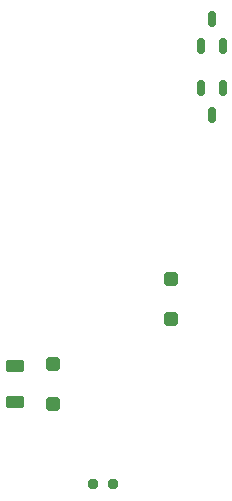
<source format=gbr>
%TF.GenerationSoftware,KiCad,Pcbnew,7.0.5*%
%TF.CreationDate,2023-11-27T01:09:10+09:00*%
%TF.ProjectId,Ultramarine-2_Control_Unit,556c7472-616d-4617-9269-6e652d325f43,rev?*%
%TF.SameCoordinates,Original*%
%TF.FileFunction,Paste,Top*%
%TF.FilePolarity,Positive*%
%FSLAX46Y46*%
G04 Gerber Fmt 4.6, Leading zero omitted, Abs format (unit mm)*
G04 Created by KiCad (PCBNEW 7.0.5) date 2023-11-27 01:09:10*
%MOMM*%
%LPD*%
G01*
G04 APERTURE LIST*
G04 Aperture macros list*
%AMRoundRect*
0 Rectangle with rounded corners*
0 $1 Rounding radius*
0 $2 $3 $4 $5 $6 $7 $8 $9 X,Y pos of 4 corners*
0 Add a 4 corners polygon primitive as box body*
4,1,4,$2,$3,$4,$5,$6,$7,$8,$9,$2,$3,0*
0 Add four circle primitives for the rounded corners*
1,1,$1+$1,$2,$3*
1,1,$1+$1,$4,$5*
1,1,$1+$1,$6,$7*
1,1,$1+$1,$8,$9*
0 Add four rect primitives between the rounded corners*
20,1,$1+$1,$2,$3,$4,$5,0*
20,1,$1+$1,$4,$5,$6,$7,0*
20,1,$1+$1,$6,$7,$8,$9,0*
20,1,$1+$1,$8,$9,$2,$3,0*%
G04 Aperture macros list end*
%ADD10RoundRect,0.300000X-0.300000X0.300000X-0.300000X-0.300000X0.300000X-0.300000X0.300000X0.300000X0*%
%ADD11RoundRect,0.200000X0.200000X0.200000X-0.200000X0.200000X-0.200000X-0.200000X0.200000X-0.200000X0*%
%ADD12RoundRect,0.300000X0.300000X-0.300000X0.300000X0.300000X-0.300000X0.300000X-0.300000X-0.300000X0*%
%ADD13RoundRect,0.250000X0.550000X-0.250000X0.550000X0.250000X-0.550000X0.250000X-0.550000X-0.250000X0*%
%ADD14RoundRect,0.150000X0.150000X-0.512500X0.150000X0.512500X-0.150000X0.512500X-0.150000X-0.512500X0*%
%ADD15RoundRect,0.150000X-0.150000X0.512500X-0.150000X-0.512500X0.150000X-0.512500X0.150000X0.512500X0*%
G04 APERTURE END LIST*
D10*
%TO.C,D2*%
X148500000Y-104850000D03*
X148500000Y-108250000D03*
%TD*%
D11*
%TO.C,D3*%
X143575000Y-122250000D03*
X141925000Y-122250000D03*
%TD*%
D12*
%TO.C,D1*%
X138500000Y-115450000D03*
X138500000Y-112050000D03*
%TD*%
D13*
%TO.C,F1*%
X135300000Y-115250000D03*
X135300000Y-112250000D03*
%TD*%
D14*
%TO.C,Q2*%
X151050000Y-85137500D03*
X152950000Y-85137500D03*
X152000000Y-82862500D03*
%TD*%
D15*
%TO.C,Q1*%
X152950000Y-88725000D03*
X151050000Y-88725000D03*
X152000000Y-91000000D03*
%TD*%
M02*

</source>
